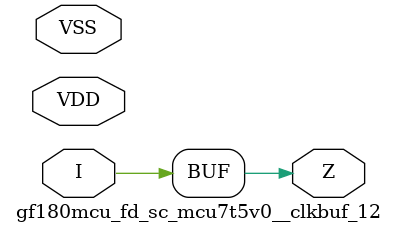
<source format=v>

module gf180mcu_fd_sc_mcu7t5v0__clkbuf_12( I, Z, VDD, VSS );
input I;
inout VDD, VSS;
output Z;

	buf MGM_BG_0( Z, I );

endmodule

</source>
